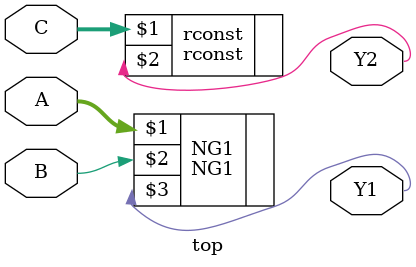
<source format=v>
module top(A, B, C, Y1, Y2); 

input [4:0] A;
input B;
input [23:0] C;
output Y1, Y2;

NG1 NG1(A, B, Y1);

rconst rconst(C, Y2);

endmodule




</source>
